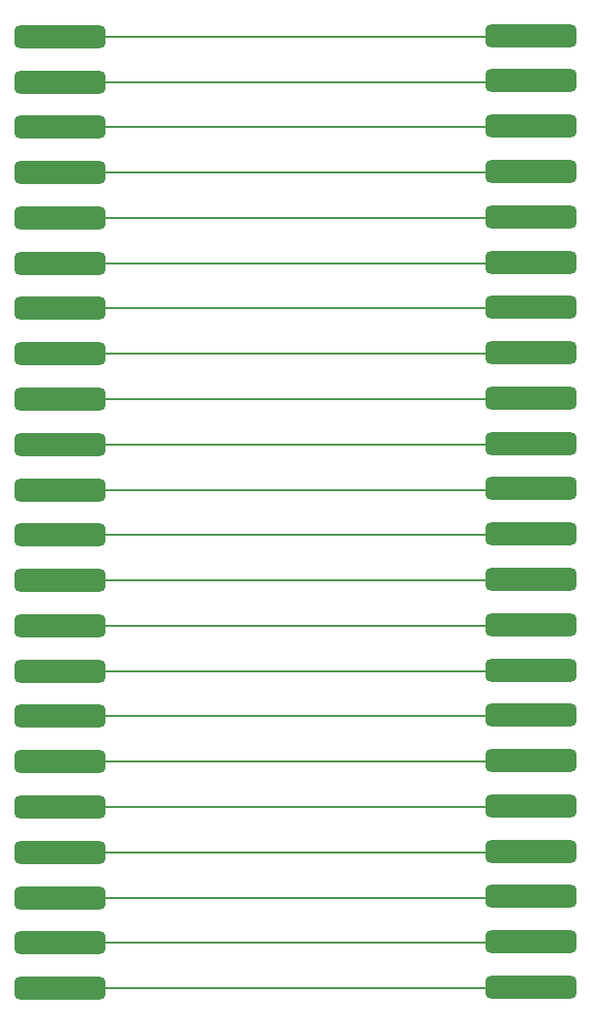
<source format=gbr>
%TF.GenerationSoftware,KiCad,Pcbnew,8.0.5-8.0.5-0~ubuntu24.04.1*%
%TF.CreationDate,2024-10-05T16:37:18-07:00*%
%TF.ProjectId,interconnect,696e7465-7263-46f6-9e6e-6563742e6b69,rev?*%
%TF.SameCoordinates,Original*%
%TF.FileFunction,Copper,L2,Bot*%
%TF.FilePolarity,Positive*%
%FSLAX46Y46*%
G04 Gerber Fmt 4.6, Leading zero omitted, Abs format (unit mm)*
G04 Created by KiCad (PCBNEW 8.0.5-8.0.5-0~ubuntu24.04.1) date 2024-10-05 16:37:18*
%MOMM*%
%LPD*%
G01*
G04 APERTURE LIST*
G04 Aperture macros list*
%AMRoundRect*
0 Rectangle with rounded corners*
0 $1 Rounding radius*
0 $2 $3 $4 $5 $6 $7 $8 $9 X,Y pos of 4 corners*
0 Add a 4 corners polygon primitive as box body*
4,1,4,$2,$3,$4,$5,$6,$7,$8,$9,$2,$3,0*
0 Add four circle primitives for the rounded corners*
1,1,$1+$1,$2,$3*
1,1,$1+$1,$4,$5*
1,1,$1+$1,$6,$7*
1,1,$1+$1,$8,$9*
0 Add four rect primitives between the rounded corners*
20,1,$1+$1,$2,$3,$4,$5,0*
20,1,$1+$1,$4,$5,$6,$7,0*
20,1,$1+$1,$6,$7,$8,$9,0*
20,1,$1+$1,$8,$9,$2,$3,0*%
G04 Aperture macros list end*
%TA.AperFunction,ConnectorPad*%
%ADD10RoundRect,0.500000X-3.500000X-0.500000X3.500000X-0.500000X3.500000X0.500000X-3.500000X0.500000X0*%
%TD*%
%TA.AperFunction,Conductor*%
%ADD11C,0.200000*%
%TD*%
G04 APERTURE END LIST*
D10*
%TO.P,J2,A,Pin_A*%
%TO.N,Net-(J1-Pin_A)*%
X150390000Y-58410000D03*
%TO.P,J2,B,Pin_B*%
%TO.N,Net-(J1-Pin_B)*%
X150390000Y-62360000D03*
%TO.P,J2,C,Pin_C*%
%TO.N,Net-(J1-Pin_C)*%
X150390000Y-66330000D03*
%TO.P,J2,D,Pin_D*%
%TO.N,Net-(J1-Pin_D)*%
X150390000Y-70290000D03*
%TO.P,J2,E,Pin_E*%
%TO.N,Net-(J1-Pin_E)*%
X150390000Y-74250000D03*
%TO.P,J2,F,Pin_F*%
%TO.N,Net-(J1-Pin_F)*%
X150390000Y-78210000D03*
%TO.P,J2,H,Pin_H*%
%TO.N,Net-(J1-Pin_H)*%
X150390000Y-82160000D03*
%TO.P,J2,J,Pin_J*%
%TO.N,Net-(J1-Pin_J)*%
X150390000Y-86130000D03*
%TO.P,J2,K,Pin_K*%
%TO.N,Net-(J1-Pin_K)*%
X150390000Y-90090000D03*
%TO.P,J2,L,Pin_L*%
%TO.N,Net-(J1-Pin_L)*%
X150390000Y-94050000D03*
%TO.P,J2,M,Pin_M*%
%TO.N,Net-(J1-Pin_M)*%
X150390000Y-98010000D03*
%TO.P,J2,N,Pin_N*%
%TO.N,Net-(J1-Pin_N)*%
X150390000Y-101970000D03*
%TO.P,J2,P,Pin_P*%
%TO.N,Net-(J1-Pin_P)*%
X150390000Y-105930000D03*
%TO.P,J2,R,Pin_R*%
%TO.N,Net-(J1-Pin_R)*%
X150390000Y-109890000D03*
%TO.P,J2,S,Pin_S*%
%TO.N,Net-(J1-Pin_S)*%
X150390000Y-113850000D03*
%TO.P,J2,T,Pin_T*%
%TO.N,Net-(J1-Pin_T)*%
X150390000Y-117810000D03*
%TO.P,J2,U,Pin_U*%
%TO.N,Net-(J1-Pin_U)*%
X150390000Y-121770000D03*
%TO.P,J2,V,Pin_V*%
%TO.N,Net-(J1-Pin_V)*%
X150390000Y-125730000D03*
%TO.P,J2,W,Pin_W*%
%TO.N,Net-(J1-Pin_W)*%
X150390000Y-129690000D03*
%TO.P,J2,X,Pin_X*%
%TO.N,Net-(J1-Pin_X)*%
X150390000Y-133650000D03*
%TO.P,J2,Y,Pin_Y*%
%TO.N,Net-(J1-Pin_Y)*%
X150390000Y-137610000D03*
%TO.P,J2,Z,Pin_Z*%
%TO.N,Net-(J1-Pin_Z)*%
X150390000Y-141560000D03*
%TD*%
%TO.P,J1,A,Pin_A*%
%TO.N,Net-(J1-Pin_A)*%
X109180000Y-58510000D03*
%TO.P,J1,B,Pin_B*%
%TO.N,Net-(J1-Pin_B)*%
X109180000Y-62460000D03*
%TO.P,J1,C,Pin_C*%
%TO.N,Net-(J1-Pin_C)*%
X109180000Y-66430000D03*
%TO.P,J1,D,Pin_D*%
%TO.N,Net-(J1-Pin_D)*%
X109180000Y-70390000D03*
%TO.P,J1,E,Pin_E*%
%TO.N,Net-(J1-Pin_E)*%
X109180000Y-74350000D03*
%TO.P,J1,F,Pin_F*%
%TO.N,Net-(J1-Pin_F)*%
X109180000Y-78310000D03*
%TO.P,J1,H,Pin_H*%
%TO.N,Net-(J1-Pin_H)*%
X109180000Y-82260000D03*
%TO.P,J1,J,Pin_J*%
%TO.N,Net-(J1-Pin_J)*%
X109180000Y-86230000D03*
%TO.P,J1,K,Pin_K*%
%TO.N,Net-(J1-Pin_K)*%
X109180000Y-90190000D03*
%TO.P,J1,L,Pin_L*%
%TO.N,Net-(J1-Pin_L)*%
X109180000Y-94150000D03*
%TO.P,J1,M,Pin_M*%
%TO.N,Net-(J1-Pin_M)*%
X109180000Y-98110000D03*
%TO.P,J1,N,Pin_N*%
%TO.N,Net-(J1-Pin_N)*%
X109180000Y-102070000D03*
%TO.P,J1,P,Pin_P*%
%TO.N,Net-(J1-Pin_P)*%
X109180000Y-106030000D03*
%TO.P,J1,R,Pin_R*%
%TO.N,Net-(J1-Pin_R)*%
X109180000Y-109990000D03*
%TO.P,J1,S,Pin_S*%
%TO.N,Net-(J1-Pin_S)*%
X109180000Y-113950000D03*
%TO.P,J1,T,Pin_T*%
%TO.N,Net-(J1-Pin_T)*%
X109180000Y-117910000D03*
%TO.P,J1,U,Pin_U*%
%TO.N,Net-(J1-Pin_U)*%
X109180000Y-121870000D03*
%TO.P,J1,V,Pin_V*%
%TO.N,Net-(J1-Pin_V)*%
X109180000Y-125830000D03*
%TO.P,J1,W,Pin_W*%
%TO.N,Net-(J1-Pin_W)*%
X109180000Y-129790000D03*
%TO.P,J1,X,Pin_X*%
%TO.N,Net-(J1-Pin_X)*%
X109180000Y-133750000D03*
%TO.P,J1,Y,Pin_Y*%
%TO.N,Net-(J1-Pin_Y)*%
X109180000Y-137710000D03*
%TO.P,J1,Z,Pin_Z*%
%TO.N,Net-(J1-Pin_Z)*%
X109180000Y-141660000D03*
%TD*%
D11*
%TO.N,Net-(J1-Pin_A)*%
X109180000Y-58510000D02*
X150290000Y-58510000D01*
X150290000Y-58510000D02*
X150390000Y-58410000D01*
%TO.N,Net-(J1-Pin_M)*%
X109180000Y-98110000D02*
X150290000Y-98110000D01*
X150290000Y-98110000D02*
X150390000Y-98010000D01*
%TO.N,Net-(J1-Pin_P)*%
X109180000Y-106030000D02*
X150290000Y-106030000D01*
X150290000Y-106030000D02*
X150390000Y-105930000D01*
%TO.N,Net-(J1-Pin_E)*%
X109180000Y-74350000D02*
X150290000Y-74350000D01*
X150290000Y-74350000D02*
X150390000Y-74250000D01*
%TO.N,Net-(J1-Pin_H)*%
X109180000Y-82260000D02*
X150290000Y-82260000D01*
X150290000Y-82260000D02*
X150390000Y-82160000D01*
%TO.N,Net-(J1-Pin_F)*%
X109180000Y-78310000D02*
X150290000Y-78310000D01*
X150290000Y-78310000D02*
X150390000Y-78210000D01*
%TO.N,Net-(J1-Pin_B)*%
X109180000Y-62460000D02*
X150290000Y-62460000D01*
X150290000Y-62460000D02*
X150390000Y-62360000D01*
%TO.N,Net-(J1-Pin_T)*%
X109180000Y-117910000D02*
X150290000Y-117910000D01*
X150290000Y-117910000D02*
X150390000Y-117810000D01*
%TO.N,Net-(J1-Pin_X)*%
X109180000Y-133750000D02*
X150290000Y-133750000D01*
X150290000Y-133750000D02*
X150390000Y-133650000D01*
%TO.N,Net-(J1-Pin_N)*%
X150290000Y-102070000D02*
X150390000Y-101970000D01*
X109180000Y-102070000D02*
X150290000Y-102070000D01*
%TO.N,Net-(J1-Pin_U)*%
X109180000Y-121870000D02*
X150290000Y-121870000D01*
X150290000Y-121870000D02*
X150390000Y-121770000D01*
%TO.N,Net-(J1-Pin_V)*%
X109180000Y-125830000D02*
X150290000Y-125830000D01*
X150290000Y-125830000D02*
X150390000Y-125730000D01*
%TO.N,Net-(J1-Pin_K)*%
X109180000Y-90190000D02*
X150290000Y-90190000D01*
X150290000Y-90190000D02*
X150390000Y-90090000D01*
%TO.N,Net-(J1-Pin_D)*%
X150290000Y-70390000D02*
X150390000Y-70290000D01*
X109180000Y-70390000D02*
X150290000Y-70390000D01*
%TO.N,Net-(J1-Pin_L)*%
X109180000Y-94150000D02*
X150290000Y-94150000D01*
X150290000Y-94150000D02*
X150390000Y-94050000D01*
%TO.N,Net-(J1-Pin_Y)*%
X109180000Y-137710000D02*
X150290000Y-137710000D01*
X150290000Y-137710000D02*
X150390000Y-137610000D01*
%TO.N,Net-(J1-Pin_S)*%
X150290000Y-113950000D02*
X150390000Y-113850000D01*
X109180000Y-113950000D02*
X150290000Y-113950000D01*
%TO.N,Net-(J1-Pin_W)*%
X109180000Y-129790000D02*
X150290000Y-129790000D01*
X150290000Y-129790000D02*
X150390000Y-129690000D01*
%TO.N,Net-(J1-Pin_C)*%
X109180000Y-66430000D02*
X150290000Y-66430000D01*
X150290000Y-66430000D02*
X150390000Y-66330000D01*
%TO.N,Net-(J1-Pin_R)*%
X150290000Y-109990000D02*
X150390000Y-109890000D01*
X109180000Y-109990000D02*
X150290000Y-109990000D01*
%TO.N,Net-(J1-Pin_J)*%
X150290000Y-86230000D02*
X150390000Y-86130000D01*
X109180000Y-86230000D02*
X150290000Y-86230000D01*
%TO.N,Net-(J1-Pin_Z)*%
X109180000Y-141660000D02*
X150290000Y-141660000D01*
X150290000Y-141660000D02*
X150390000Y-141560000D01*
%TD*%
M02*

</source>
